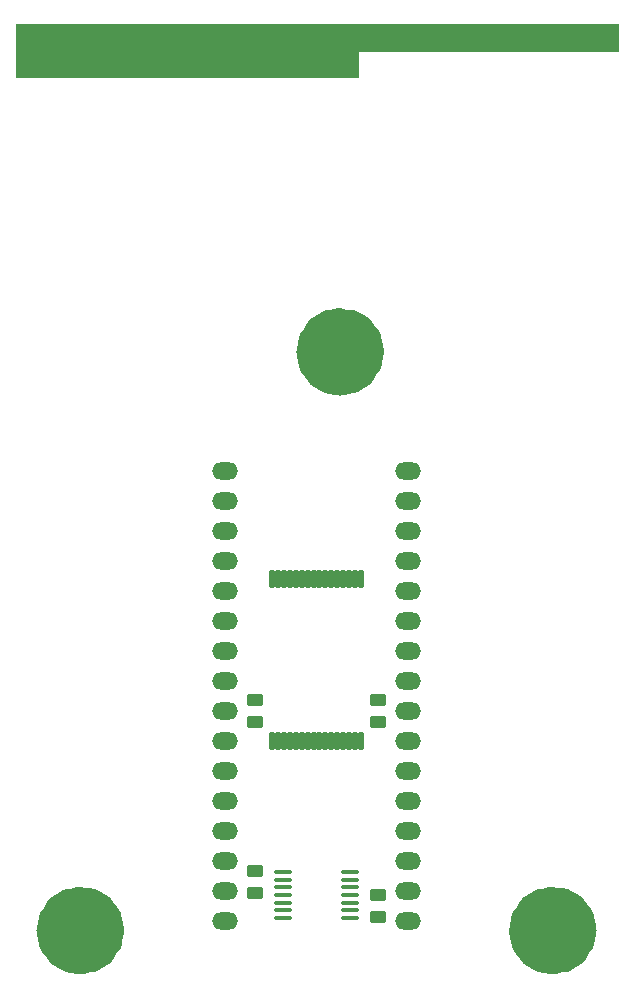
<source format=gbr>
%TF.GenerationSoftware,KiCad,Pcbnew,7.0.8*%
%TF.CreationDate,2023-11-19T22:04:51+01:00*%
%TF.ProjectId,ProtoHu_revA_layer1,50726f74-6f48-4755-9f72-6576415f6c61,rev?*%
%TF.SameCoordinates,Original*%
%TF.FileFunction,Soldermask,Bot*%
%TF.FilePolarity,Negative*%
%FSLAX46Y46*%
G04 Gerber Fmt 4.6, Leading zero omitted, Abs format (unit mm)*
G04 Created by KiCad (PCBNEW 7.0.8) date 2023-11-19 22:04:51*
%MOMM*%
%LPD*%
G01*
G04 APERTURE LIST*
G04 Aperture macros list*
%AMRoundRect*
0 Rectangle with rounded corners*
0 $1 Rounding radius*
0 $2 $3 $4 $5 $6 $7 $8 $9 X,Y pos of 4 corners*
0 Add a 4 corners polygon primitive as box body*
4,1,4,$2,$3,$4,$5,$6,$7,$8,$9,$2,$3,0*
0 Add four circle primitives for the rounded corners*
1,1,$1+$1,$2,$3*
1,1,$1+$1,$4,$5*
1,1,$1+$1,$6,$7*
1,1,$1+$1,$8,$9*
0 Add four rect primitives between the rounded corners*
20,1,$1+$1,$2,$3,$4,$5,0*
20,1,$1+$1,$4,$5,$6,$7,0*
20,1,$1+$1,$6,$7,$8,$9,0*
20,1,$1+$1,$8,$9,$2,$3,0*%
G04 Aperture macros list end*
%ADD10C,3.700000*%
%ADD11C,0.100000*%
%ADD12RoundRect,0.100000X-0.637500X-0.100000X0.637500X-0.100000X0.637500X0.100000X-0.637500X0.100000X0*%
%ADD13RoundRect,0.250000X0.450000X-0.262500X0.450000X0.262500X-0.450000X0.262500X-0.450000X-0.262500X0*%
%ADD14RoundRect,0.250000X-0.450000X0.262500X-0.450000X-0.262500X0.450000X-0.262500X0.450000X0.262500X0*%
%ADD15RoundRect,0.101600X0.150000X-0.650000X0.150000X0.650000X-0.150000X0.650000X-0.150000X-0.650000X0*%
%ADD16O,2.203200X1.453200*%
G04 APERTURE END LIST*
D10*
X130350000Y-140500000D02*
G75*
G03*
X130350000Y-140500000I-1850000J0D01*
G01*
D11*
X123025800Y-66000000D02*
X152000000Y-66000000D01*
X152000000Y-68275800D01*
X123025800Y-68275800D01*
X123025800Y-66000000D01*
G36*
X123025800Y-66000000D02*
G01*
X152000000Y-66000000D01*
X152000000Y-68275800D01*
X123025800Y-68275800D01*
X123025800Y-66000000D01*
G37*
X123025800Y-63724200D02*
X174000000Y-63724200D01*
X174000000Y-66000000D01*
X123025800Y-66000000D01*
X123025800Y-63724200D01*
G36*
X123025800Y-63724200D02*
G01*
X174000000Y-63724200D01*
X174000000Y-66000000D01*
X123025800Y-66000000D01*
X123025800Y-63724200D01*
G37*
D10*
X152350000Y-91500000D02*
G75*
G03*
X152350000Y-91500000I-1850000J0D01*
G01*
X170350000Y-140500000D02*
G75*
G03*
X170350000Y-140500000I-1850000J0D01*
G01*
D12*
%TO.C,IC2*%
X145637500Y-139450000D03*
X145637500Y-138800000D03*
X145637500Y-138150000D03*
X145637500Y-137500000D03*
X145637500Y-136850000D03*
X145637500Y-136200000D03*
X145637500Y-135550000D03*
X151362500Y-135550000D03*
X151362500Y-136200000D03*
X151362500Y-136850000D03*
X151362500Y-137500000D03*
X151362500Y-138150000D03*
X151362500Y-138800000D03*
X151362500Y-139450000D03*
%TD*%
D13*
%TO.C,R1*%
X143256000Y-137310500D03*
X143256000Y-135485500D03*
%TD*%
%TO.C,C3*%
X153670000Y-139342500D03*
X153670000Y-137517500D03*
%TD*%
D14*
%TO.C,C2*%
X143250000Y-121007500D03*
X143250000Y-122832500D03*
%TD*%
D15*
%TO.C,IC1*%
X152245000Y-124450000D03*
X151745000Y-124450000D03*
X151245000Y-124450000D03*
X150745000Y-124450000D03*
X150245000Y-124450000D03*
X149745000Y-124450000D03*
X149245000Y-124450000D03*
X148745000Y-124450000D03*
X148245000Y-124450000D03*
X147745000Y-124450000D03*
X147245000Y-124450000D03*
X146745000Y-124450000D03*
X146245000Y-124450000D03*
X145745000Y-124450000D03*
X145245000Y-124450000D03*
X144745000Y-124450000D03*
X144745000Y-110750000D03*
X145245000Y-110750000D03*
X145745000Y-110750000D03*
X146245000Y-110750000D03*
X146745000Y-110750000D03*
X147245000Y-110750000D03*
X147745000Y-110750000D03*
X148245000Y-110750000D03*
X148745000Y-110750000D03*
X149245000Y-110750000D03*
X149745000Y-110750000D03*
X150245000Y-110750000D03*
X150745000Y-110750000D03*
X151245000Y-110750000D03*
X151745000Y-110750000D03*
X152245000Y-110750000D03*
%TD*%
D14*
%TO.C,C1*%
X153732400Y-121007500D03*
X153732400Y-122832500D03*
%TD*%
D16*
%TO.C,J2*%
X140716000Y-139700000D03*
X140716000Y-137160000D03*
X140716000Y-134620000D03*
X140716000Y-132080000D03*
X140716000Y-129540000D03*
X140716000Y-127000000D03*
X140716000Y-124460000D03*
X140716000Y-121920000D03*
X140716000Y-119380000D03*
X140716000Y-116840000D03*
X140716000Y-114300000D03*
X140716000Y-111760000D03*
X140716000Y-109220000D03*
X140716000Y-106680000D03*
X140716000Y-104140000D03*
X140716000Y-101600000D03*
X156274000Y-101600000D03*
X156274000Y-104140000D03*
X156274000Y-106680000D03*
X156274000Y-109220000D03*
X156274000Y-111760000D03*
X156274000Y-114300000D03*
X156274000Y-116840000D03*
X156274000Y-119380000D03*
X156274000Y-121920000D03*
X156274000Y-124460000D03*
X156274000Y-127000000D03*
X156274000Y-129540000D03*
X156274000Y-132080000D03*
X156274000Y-134620000D03*
X156274000Y-137160000D03*
X156274000Y-139700000D03*
%TD*%
M02*

</source>
